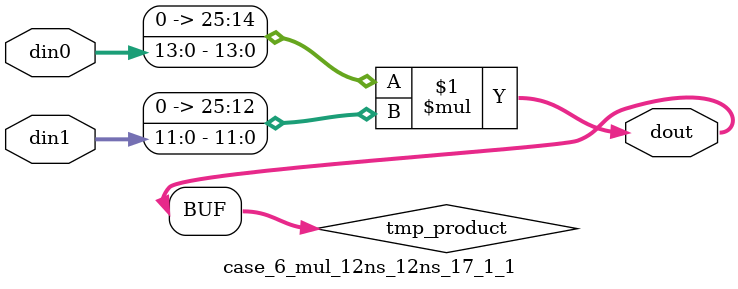
<source format=v>

`timescale 1 ns / 1 ps

 (* use_dsp = "no" *)  module case_6_mul_12ns_12ns_17_1_1(din0, din1, dout);
parameter ID = 1;
parameter NUM_STAGE = 0;
parameter din0_WIDTH = 14;
parameter din1_WIDTH = 12;
parameter dout_WIDTH = 26;

input [din0_WIDTH - 1 : 0] din0; 
input [din1_WIDTH - 1 : 0] din1; 
output [dout_WIDTH - 1 : 0] dout;

wire signed [dout_WIDTH - 1 : 0] tmp_product;
























assign tmp_product = $signed({1'b0, din0}) * $signed({1'b0, din1});











assign dout = tmp_product;





















endmodule

</source>
